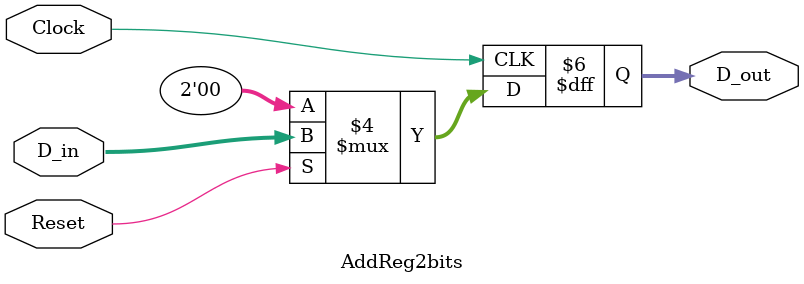
<source format=v>
`timescale	1ns/1ps

module	AddReg2bits(D_out, D_in, Clock, Reset)	;

output	[1:0]	D_out	;
reg	[1:0]	D_out	;

input	[1:0]	D_in	;
wire	[1:0]	D_in	;

input	Clock, Reset	;
wire	Clock, Reset	;

always	@(posedge	Clock)
	begin
		if ( Reset == 1'b0 )
			begin
				D_out <= 2'b00	;
			end
		else
			begin
				D_out <= D_in	;
			end
	end

endmodule

</source>
